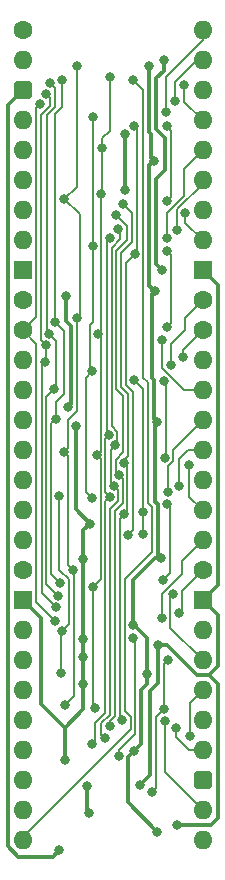
<source format=gbl>
%TF.GenerationSoftware,KiCad,Pcbnew,8.0.4*%
%TF.CreationDate,2024-08-22T09:32:43+02:00*%
%TF.ProjectId,Counter 24bit,436f756e-7465-4722-9032-346269742e6b,rev?*%
%TF.SameCoordinates,PX4756f08PY2e063a0*%
%TF.FileFunction,Copper,L2,Bot*%
%TF.FilePolarity,Positive*%
%FSLAX46Y46*%
G04 Gerber Fmt 4.6, Leading zero omitted, Abs format (unit mm)*
G04 Created by KiCad (PCBNEW 8.0.4) date 2024-08-22 09:32:43*
%MOMM*%
%LPD*%
G01*
G04 APERTURE LIST*
G04 Aperture macros list*
%AMRoundRect*
0 Rectangle with rounded corners*
0 $1 Rounding radius*
0 $2 $3 $4 $5 $6 $7 $8 $9 X,Y pos of 4 corners*
0 Add a 4 corners polygon primitive as box body*
4,1,4,$2,$3,$4,$5,$6,$7,$8,$9,$2,$3,0*
0 Add four circle primitives for the rounded corners*
1,1,$1+$1,$2,$3*
1,1,$1+$1,$4,$5*
1,1,$1+$1,$6,$7*
1,1,$1+$1,$8,$9*
0 Add four rect primitives between the rounded corners*
20,1,$1+$1,$2,$3,$4,$5,0*
20,1,$1+$1,$4,$5,$6,$7,0*
20,1,$1+$1,$6,$7,$8,$9,0*
20,1,$1+$1,$8,$9,$2,$3,0*%
G04 Aperture macros list end*
%TA.AperFunction,ComponentPad*%
%ADD10C,1.600000*%
%TD*%
%TA.AperFunction,ComponentPad*%
%ADD11O,1.600000X1.600000*%
%TD*%
%TA.AperFunction,ComponentPad*%
%ADD12RoundRect,0.400000X-0.400000X-0.400000X0.400000X-0.400000X0.400000X0.400000X-0.400000X0.400000X0*%
%TD*%
%TA.AperFunction,ComponentPad*%
%ADD13R,1.600000X1.600000*%
%TD*%
%TA.AperFunction,ViaPad*%
%ADD14C,0.800000*%
%TD*%
%TA.AperFunction,Conductor*%
%ADD15C,0.380000*%
%TD*%
%TA.AperFunction,Conductor*%
%ADD16C,0.200000*%
%TD*%
G04 APERTURE END LIST*
D10*
%TO.P,J1,1,Pin_1*%
%TO.N,~{Reset}*%
X0Y0D03*
D11*
%TO.P,J1,2,Pin_2*%
%TO.N,unconnected-(J1-Pin_2-Pad2)*%
X0Y-2540000D03*
D12*
%TO.P,J1,3,Pin_3*%
%TO.N,5V*%
X0Y-5080000D03*
D11*
%TO.P,J1,4,Pin_4*%
%TO.N,CLK*%
X0Y-7620000D03*
%TO.P,J1,5,Pin_5*%
%TO.N,unconnected-(J1-Pin_5-Pad5)*%
X0Y-10160000D03*
%TO.P,J1,6,Pin_6*%
%TO.N,unconnected-(J1-Pin_6-Pad6)*%
X0Y-12700000D03*
%TO.P,J1,7,Pin_7*%
%TO.N,unconnected-(J1-Pin_7-Pad7)*%
X0Y-15240000D03*
%TO.P,J1,8,Pin_8*%
%TO.N,unconnected-(J1-Pin_8-Pad8)*%
X0Y-17780000D03*
D13*
%TO.P,J1,9,Pin_9*%
%TO.N,GND*%
X0Y-20320000D03*
D10*
%TO.P,J1,10,Pin_10*%
%TO.N,unconnected-(J1-Pin_10-Pad10)*%
X0Y-22860000D03*
%TO.P,J1,11,Pin_11*%
%TO.N,D7*%
X0Y-25400000D03*
D11*
%TO.P,J1,12,Pin_12*%
%TO.N,D6*%
X0Y-27940000D03*
%TO.P,J1,13,Pin_13*%
%TO.N,D5*%
X0Y-30480000D03*
%TO.P,J1,14,Pin_14*%
%TO.N,D4*%
X0Y-33020000D03*
%TO.P,J1,15,Pin_15*%
%TO.N,D3*%
X0Y-35560000D03*
%TO.P,J1,16,Pin_16*%
%TO.N,D2*%
X0Y-38100000D03*
%TO.P,J1,17,Pin_17*%
%TO.N,D1*%
X0Y-40640000D03*
%TO.P,J1,18,Pin_18*%
%TO.N,D0*%
X0Y-43180000D03*
D10*
%TO.P,J1,19,Pin_19*%
%TO.N,unconnected-(J1-Pin_19-Pad19)*%
X0Y-45720000D03*
D13*
%TO.P,J1,20,Pin_20*%
%TO.N,GND*%
X0Y-48260000D03*
D11*
%TO.P,J1,21,Pin_21*%
%TO.N,~{Latch Bank}*%
X0Y-50800000D03*
%TO.P,J1,22,Pin_22*%
%TO.N,~{Latch High}*%
X0Y-53340000D03*
%TO.P,J1,23,Pin_23*%
%TO.N,~{Latch Low}*%
X0Y-55880000D03*
%TO.P,J1,24,Pin_24*%
%TO.N,unconnected-(J1-Pin_24-Pad24)*%
X0Y-58420000D03*
%TO.P,J1,25,Pin_25*%
%TO.N,unconnected-(J1-Pin_25-Pad25)*%
X0Y-60960000D03*
%TO.P,J1,26,Pin_26*%
%TO.N,Count Enable*%
X0Y-63500000D03*
%TO.P,J1,27,Pin_27*%
%TO.N,TC_{0..3}*%
X0Y-66040000D03*
%TO.P,J1,28,Pin_28*%
%TO.N,TC_{20..23}*%
X0Y-68580000D03*
%TO.P,J1,29,Pin_29*%
%TO.N,unconnected-(J1-Pin_29-Pad29)*%
X15240000Y-68580000D03*
%TO.P,J1,30,Pin_30*%
%TO.N,C0*%
X15240000Y-66040000D03*
D12*
%TO.P,J1,31,Pin_31*%
%TO.N,5V*%
X15240000Y-63500000D03*
D11*
%TO.P,J1,32,Pin_32*%
%TO.N,C1*%
X15240000Y-60960000D03*
%TO.P,J1,33,Pin_33*%
%TO.N,C2*%
X15240000Y-58420000D03*
%TO.P,J1,34,Pin_34*%
%TO.N,C3*%
X15240000Y-55880000D03*
%TO.P,J1,35,Pin_35*%
%TO.N,C4*%
X15240000Y-53340000D03*
%TO.P,J1,36,Pin_36*%
%TO.N,C5*%
X15240000Y-50800000D03*
D13*
%TO.P,J1,37,Pin_37*%
%TO.N,GND*%
X15240000Y-48260000D03*
D10*
%TO.P,J1,38,Pin_38*%
%TO.N,C6*%
X15240000Y-45720000D03*
D11*
%TO.P,J1,39,Pin_39*%
%TO.N,C7*%
X15240000Y-43180000D03*
%TO.P,J1,40,Pin_40*%
%TO.N,C8*%
X15240000Y-40640000D03*
%TO.P,J1,41,Pin_41*%
%TO.N,C9*%
X15240000Y-38100000D03*
%TO.P,J1,42,Pin_42*%
%TO.N,C10*%
X15240000Y-35560000D03*
%TO.P,J1,43,Pin_43*%
%TO.N,C11*%
X15240000Y-33020000D03*
%TO.P,J1,44,Pin_44*%
%TO.N,C12*%
X15240000Y-30480000D03*
%TO.P,J1,45,Pin_45*%
%TO.N,C13*%
X15240000Y-27940000D03*
D10*
%TO.P,J1,46,Pin_46*%
%TO.N,C14*%
X15240000Y-25400000D03*
%TO.P,J1,47,Pin_47*%
%TO.N,C15*%
X15240000Y-22860000D03*
D13*
%TO.P,J1,48,Pin_48*%
%TO.N,GND*%
X15240000Y-20320000D03*
D11*
%TO.P,J1,49,Pin_49*%
%TO.N,C16*%
X15240000Y-17780000D03*
%TO.P,J1,50,Pin_50*%
%TO.N,C17*%
X15240000Y-15240000D03*
%TO.P,J1,51,Pin_51*%
%TO.N,C18*%
X15240000Y-12700000D03*
%TO.P,J1,52,Pin_52*%
%TO.N,C19*%
X15240000Y-10160000D03*
%TO.P,J1,53,Pin_53*%
%TO.N,C20*%
X15240000Y-7620000D03*
%TO.P,J1,54,Pin_54*%
%TO.N,C21*%
X15240000Y-5080000D03*
%TO.P,J1,55,Pin_55*%
%TO.N,C22*%
X15240000Y-2540000D03*
%TO.P,J1,56,Pin_56*%
%TO.N,C23*%
X15240000Y0D03*
%TD*%
D14*
%TO.N,GND*%
X5147675Y-53086000D03*
%TO.N,/3.3V*%
X10541003Y-54483000D03*
X11348000Y-33147000D03*
X10713000Y-3048000D03*
X9336000Y-50347904D03*
X11682000Y-44704002D03*
X11114000Y-11049000D03*
X11176000Y-22111311D03*
X9396464Y-61060991D03*
%TO.N,GND*%
X5147675Y-55308421D03*
X3808000Y-31877000D03*
X5461000Y-63943000D03*
X3681000Y-22479000D03*
X8686000Y-13513996D03*
X9953791Y-63884942D03*
X4508000Y-33527990D03*
X11809000Y-20320000D03*
X8634000Y-8763000D03*
X13078986Y-67310000D03*
X5712996Y-41774066D03*
X3550299Y-61811000D03*
X11428000Y-52070000D03*
X11936000Y-2540000D03*
X5147675Y-44761319D03*
X5147675Y-51516675D03*
X5588000Y-66294000D03*
%TO.N,5V*%
X3110500Y-69406500D03*
%TO.N,C1*%
X12952774Y-59055000D03*
%TO.N,D3*%
X7302000Y-34290000D03*
X7375588Y-17585800D03*
X7369000Y-39497000D03*
X5888374Y-60461000D03*
%TO.N,CLK*%
X6669000Y-13875320D03*
X6729000Y-9980758D03*
X6413000Y-25716496D03*
X6289718Y-35986863D03*
X6096000Y-57404000D03*
X5968996Y-47104673D03*
X7366000Y-3937000D03*
%TO.N,D2*%
X6983000Y-59944000D03*
X7828019Y-35140475D03*
X7719546Y-38542412D03*
X8054924Y-16819158D03*
%TO.N,C0*%
X12033000Y-58482000D03*
%TO.N,D0*%
X8569000Y-36657409D03*
X8605293Y-40934066D03*
X8515029Y-14706549D03*
X8432413Y-58405751D03*
%TO.N,C3*%
X14204184Y-59783491D03*
%TO.N,~{Latch Low}*%
X9336000Y-51434996D03*
X8128411Y-61428469D03*
%TO.N,TC_{0..3}*%
X10920000Y-64516000D03*
X12268000Y-53317706D03*
X3264645Y-54447645D03*
X5880873Y-28863002D03*
X12006634Y-57432328D03*
X3339830Y-50841346D03*
X5969000Y-7327000D03*
X3110000Y-39433400D03*
X5904500Y-39623789D03*
X5946708Y-18235800D03*
%TO.N,~{Reset}*%
X3520344Y-35687000D03*
X3537709Y-14295439D03*
X4238000Y-45720000D03*
X3560154Y-57147791D03*
X4570000Y-24384000D03*
X4572000Y-3048000D03*
%TO.N,D1*%
X7872000Y-15621000D03*
X7416158Y-58939623D03*
X8169000Y-37649105D03*
%TO.N,D7*%
X1444441Y-6239289D03*
X2749735Y-50034008D03*
%TO.N,C4*%
X12762000Y-47739872D03*
%TO.N,D4*%
X3196723Y-46801670D03*
X2730000Y-24730890D03*
X2792000Y-32893000D03*
X3319185Y-4218289D03*
%TO.N,D6*%
X1956053Y-5380071D03*
X2792000Y-48860997D03*
X2014424Y-26667000D03*
X1903000Y-28067000D03*
%TO.N,C6*%
X13208000Y-49374472D03*
%TO.N,/TC_{4..7}*%
X12226811Y-40100876D03*
X11874495Y-46545505D03*
%TO.N,D5*%
X2665000Y-30353000D03*
X2348956Y-4460488D03*
X2248891Y-25694873D03*
X2961196Y-47862348D03*
%TO.N,C7*%
X11764655Y-49770792D03*
%TO.N,~{Latch High}*%
X9431000Y-29605935D03*
X10219996Y-42614071D03*
X10182852Y-40767002D03*
%TO.N,C8*%
X14097000Y-36830000D03*
%TO.N,C11*%
X12320008Y-39105226D03*
%TO.N,C10*%
X13208000Y-38608000D03*
%TO.N,C14*%
X13589000Y-27686000D03*
%TO.N,/TC_{8..11}*%
X11938000Y-29718000D03*
X12065000Y-36195000D03*
%TO.N,C12*%
X11811000Y-26254598D03*
%TO.N,C15*%
X12548618Y-28348718D03*
%TO.N,C19*%
X12192000Y-17585804D03*
%TO.N,/TC_{12..15}*%
X12192000Y-25146000D03*
X12192000Y-18669000D03*
%TO.N,C16*%
X13753858Y-15505320D03*
%TO.N,~{Latch Bank}*%
X8935008Y-42692918D03*
X9481000Y-18979980D03*
X9402501Y-8122925D03*
%TO.N,C18*%
X13053858Y-16935800D03*
%TO.N,/TC_{16..19}*%
X12192000Y-8128000D03*
X12192000Y-14478000D03*
%TO.N,C20*%
X13671975Y-4589975D03*
%TO.N,TC_{20..23}*%
X9384384Y-4203874D03*
%TO.N,C22*%
X12892000Y-6020724D03*
%TO.N,C23*%
X12132341Y-6875846D03*
%TO.N,/3.3V*%
X11407500Y-67840500D03*
%TD*%
D15*
%TO.N,GND*%
X1522000Y-57030402D02*
X3550299Y-59058701D01*
X1522000Y-49784000D02*
X1522000Y-57030402D01*
X1190000Y-49452000D02*
X1522000Y-49784000D01*
X1190000Y-49450000D02*
X1190000Y-49452000D01*
X0Y-48260000D02*
X1190000Y-49450000D01*
X3550299Y-59058701D02*
X3550299Y-61811000D01*
X5147675Y-57461325D02*
X3550299Y-59058701D01*
X5147675Y-55308421D02*
X5147675Y-57461325D01*
%TO.N,/3.3V*%
X11235533Y-39934601D02*
X11235533Y-33259467D01*
X11422852Y-40121920D02*
X11235533Y-39934601D01*
X11422852Y-44444854D02*
X11422852Y-40121920D01*
X11682000Y-44704002D02*
X11422852Y-44444854D01*
X11235533Y-33259467D02*
X11348000Y-33147000D01*
X11099000Y-32898000D02*
X11348000Y-33147000D01*
X10922000Y-22365311D02*
X10922000Y-29414021D01*
X10922000Y-29414021D02*
X11099000Y-29591021D01*
X11099000Y-29591021D02*
X11099000Y-32898000D01*
X11176000Y-22111311D02*
X10922000Y-22365311D01*
%TO.N,GND*%
X3808000Y-31877000D02*
X4062000Y-31623000D01*
X4062000Y-31623000D02*
X4062000Y-25019000D01*
X3681000Y-24638000D02*
X3681000Y-22479000D01*
X4062000Y-25019000D02*
X3681000Y-24638000D01*
D16*
%TO.N,D7*%
X1143000Y-26543000D02*
X0Y-25400000D01*
X2749735Y-50034008D02*
X1143000Y-48427273D01*
X1143000Y-48427273D02*
X1143000Y-26543000D01*
%TO.N,~{Reset}*%
X4346723Y-45828723D02*
X4238000Y-45720000D01*
X4346723Y-56361222D02*
X4346723Y-45828723D01*
X3560154Y-57147791D02*
X4346723Y-56361222D01*
%TO.N,TC_{0..3}*%
X3916000Y-50265176D02*
X3339830Y-50841346D01*
X3916000Y-46460286D02*
X3916000Y-50265176D01*
X3110000Y-45654286D02*
X3916000Y-46460286D01*
X3110000Y-39433400D02*
X3110000Y-45654286D01*
%TO.N,D5*%
X2004324Y-46905476D02*
X2961196Y-47862348D01*
X2665000Y-30353000D02*
X2004324Y-31013676D01*
%TO.N,D4*%
X2404324Y-46009271D02*
X3196723Y-46801670D01*
X2404324Y-33280676D02*
X2404324Y-46009271D01*
%TO.N,D6*%
X1604324Y-47673321D02*
X2792000Y-48860997D01*
X1604324Y-28365676D02*
X1604324Y-47673321D01*
%TO.N,D5*%
X2004324Y-31013676D02*
X2004324Y-46905476D01*
%TO.N,D4*%
X2792000Y-32893000D02*
X2404324Y-33280676D01*
%TO.N,D6*%
X1903000Y-28067000D02*
X1604324Y-28365676D01*
%TO.N,TC_{0..3}*%
X3264645Y-50916531D02*
X3339830Y-50841346D01*
X3264645Y-54447645D02*
X3264645Y-50916531D01*
D15*
%TO.N,GND*%
X5147675Y-42339387D02*
X5712996Y-41774066D01*
X5147675Y-44761319D02*
X5147675Y-42339387D01*
X4508000Y-40569070D02*
X5712996Y-41774066D01*
X4508000Y-33527990D02*
X4508000Y-40569070D01*
D16*
%TO.N,CLK*%
X6729000Y-9144000D02*
X6729000Y-9980758D01*
X7366000Y-8507000D02*
X6729000Y-9144000D01*
X7366000Y-3937000D02*
X7366000Y-8507000D01*
X6729000Y-13815320D02*
X6729000Y-9980758D01*
X6669000Y-13875320D02*
X6729000Y-13815320D01*
%TO.N,D1*%
X8849499Y-17751186D02*
X8849499Y-16598499D01*
X7931000Y-30354314D02*
X7931000Y-18669685D01*
X7869000Y-36367459D02*
X8528019Y-35708440D01*
X7869000Y-37349105D02*
X7869000Y-36367459D01*
X8849499Y-16598499D02*
X7872000Y-15621000D01*
X8169000Y-37649105D02*
X7869000Y-37349105D01*
%TO.N,D0*%
X9249499Y-17916872D02*
X9249499Y-15441019D01*
X8928019Y-30785648D02*
X8331000Y-30188628D01*
X8331000Y-30188628D02*
X8331000Y-18835370D01*
X8928019Y-36029783D02*
X8928019Y-30785648D01*
X9249499Y-15441019D02*
X8515029Y-14706549D01*
X8569000Y-36388802D02*
X8928019Y-36029783D01*
%TO.N,D1*%
X8528019Y-35708440D02*
X8528019Y-30951333D01*
X8528019Y-30951333D02*
X7931000Y-30354314D01*
%TO.N,D0*%
X8569000Y-36657409D02*
X8569000Y-36388802D01*
%TO.N,D1*%
X7931000Y-18669685D02*
X8849499Y-17751186D01*
%TO.N,D0*%
X8331000Y-18835370D02*
X9249499Y-17916872D01*
D15*
%TO.N,GND*%
X16508000Y-46992000D02*
X15240000Y-48260000D01*
X16508000Y-21588000D02*
X16508000Y-46992000D01*
X15240000Y-20320000D02*
X16508000Y-21588000D01*
D16*
%TO.N,D1*%
X7416158Y-58485212D02*
X7416158Y-58939623D01*
X7804000Y-40674698D02*
X7804000Y-58097370D01*
X8469000Y-40009698D02*
X7804000Y-40674698D01*
X7804000Y-58097370D02*
X7416158Y-58485212D01*
X8469000Y-37949105D02*
X8469000Y-40009698D01*
X8169000Y-37649105D02*
X8469000Y-37949105D01*
%TO.N,D2*%
X6666000Y-59627000D02*
X6983000Y-59944000D01*
X6666000Y-58669686D02*
X6666000Y-59627000D01*
X7404000Y-57931686D02*
X6666000Y-58669686D01*
X8069000Y-39844013D02*
X7404000Y-40509013D01*
X8069000Y-38891866D02*
X8069000Y-39844013D01*
X7719546Y-38542412D02*
X8069000Y-38891866D01*
%TO.N,D0*%
X8869000Y-40670359D02*
X8605293Y-40934066D01*
X8869000Y-36957409D02*
X8869000Y-40670359D01*
X8569000Y-36657409D02*
X8869000Y-36957409D01*
X8204000Y-58177338D02*
X8204000Y-41335359D01*
X8432413Y-58405751D02*
X8204000Y-58177338D01*
X8204000Y-41335359D02*
X8605293Y-40934066D01*
%TO.N,D2*%
X7404000Y-40509013D02*
X7404000Y-57931686D01*
D15*
%TO.N,GND*%
X5147675Y-51516675D02*
X5147675Y-44761319D01*
X5147675Y-55308421D02*
X5147675Y-51516675D01*
D16*
%TO.N,~{Latch Low}*%
X8128411Y-60957136D02*
X8128411Y-61428469D01*
X9532413Y-59553134D02*
X8128411Y-60957136D01*
X9532413Y-51631409D02*
X9532413Y-59553134D01*
X9336000Y-51434996D02*
X9532413Y-51631409D01*
%TO.N,D3*%
X7004000Y-39862000D02*
X7369000Y-39497000D01*
X6157998Y-58612002D02*
X7004000Y-57766000D01*
X6157998Y-60191376D02*
X6157998Y-58612002D01*
X5888374Y-60461000D02*
X6157998Y-60191376D01*
X7004000Y-57766000D02*
X7004000Y-39862000D01*
%TO.N,TC_{20..23}*%
X10231000Y-5050490D02*
X9384384Y-4203874D01*
X10609000Y-29793986D02*
X10231000Y-29415986D01*
X10609000Y-40001033D02*
X10609000Y-29793986D01*
X10231000Y-29415986D02*
X10231000Y-5050490D01*
X10932852Y-40324885D02*
X10609000Y-40001033D01*
X9132413Y-58115801D02*
X8636000Y-57619388D01*
X9132413Y-59173112D02*
X9132413Y-58115801D01*
X8636000Y-46480000D02*
X10932852Y-44183148D01*
X10932852Y-44183148D02*
X10932852Y-40324885D01*
X8636000Y-57619388D02*
X8636000Y-46480000D01*
X0Y-68305525D02*
X9132413Y-59173112D01*
D15*
%TO.N,/3.3V*%
X10541003Y-55369997D02*
X10541003Y-54483000D01*
X10031000Y-55880000D02*
X10541003Y-55369997D01*
X10031000Y-60426455D02*
X10031000Y-55880000D01*
X9396464Y-61060991D02*
X10031000Y-60426455D01*
X9396464Y-61060991D02*
X8937000Y-61520455D01*
X8937000Y-61520455D02*
X8937000Y-65370000D01*
X8937000Y-65370000D02*
X11407500Y-67840500D01*
%TO.N,GND*%
X16508000Y-55372000D02*
X16508000Y-66708000D01*
X15906000Y-67310000D02*
X13078986Y-67310000D01*
X16508000Y-66708000D02*
X15906000Y-67310000D01*
X15746000Y-54610000D02*
X16508000Y-55372000D01*
%TO.N,5V*%
X2540000Y-69977000D02*
X3110500Y-69406500D01*
X-1272000Y-69102957D02*
X-397957Y-69977000D01*
X-397957Y-69977000D02*
X2540000Y-69977000D01*
X-1272000Y-6352000D02*
X-1272000Y-69102957D01*
X0Y-5080000D02*
X-1272000Y-6352000D01*
%TO.N,/3.3V*%
X9336000Y-46542000D02*
X11173998Y-44704002D01*
X11173998Y-44704002D02*
X11682000Y-44704002D01*
X10721000Y-21656311D02*
X10721000Y-11442000D01*
X10713000Y-3048000D02*
X10721000Y-3056000D01*
X9336000Y-50347904D02*
X9336000Y-46542000D01*
X10541003Y-51452063D02*
X10541003Y-54483000D01*
X10904000Y-8805244D02*
X10904000Y-10839000D01*
X10721000Y-11442000D02*
X11114000Y-11049000D01*
X9436844Y-50347904D02*
X10541003Y-51452063D01*
X9336000Y-50347904D02*
X9436844Y-50347904D01*
X10721000Y-3056000D02*
X10721000Y-8622244D01*
X10721000Y-8622244D02*
X10904000Y-8805244D01*
X11176000Y-22111311D02*
X10721000Y-21656311D01*
X10904000Y-10839000D02*
X11114000Y-11049000D01*
%TO.N,GND*%
X5461000Y-63943000D02*
X5461000Y-66167000D01*
X12063000Y-11811000D02*
X12063000Y-9144000D01*
X11301000Y-4064000D02*
X11936000Y-3429000D01*
X11936000Y-3429000D02*
X11936000Y-2540000D01*
X8686000Y-13513996D02*
X8686000Y-8815000D01*
X10793000Y-55938244D02*
X10793000Y-63045733D01*
X15746000Y-54610000D02*
X14748234Y-54610000D01*
X15240000Y-48260000D02*
X16508000Y-49528000D01*
X5461000Y-66167000D02*
X5588000Y-66294000D01*
X11301000Y-12573000D02*
X12063000Y-11811000D01*
X11428000Y-55303244D02*
X10793000Y-55938244D01*
X8686000Y-8815000D02*
X8634000Y-8763000D01*
X11809000Y-20320000D02*
X11301000Y-19812000D01*
X11301000Y-19812000D02*
X11301000Y-12573000D01*
X16508000Y-49528000D02*
X16508000Y-53848000D01*
X14748234Y-54610000D02*
X12208234Y-52070000D01*
X10793000Y-63045733D02*
X9953791Y-63884942D01*
X16508000Y-53848000D02*
X15746000Y-54610000D01*
X12063000Y-9144000D02*
X11301000Y-8382000D01*
X12208234Y-52070000D02*
X11428000Y-52070000D01*
X11428000Y-52070000D02*
X11428000Y-55303244D01*
X11301000Y-8382000D02*
X11301000Y-4064000D01*
D16*
%TO.N,C1*%
X14108630Y-60960000D02*
X12952774Y-59804144D01*
X15240000Y-60960000D02*
X14108630Y-60960000D01*
X12952774Y-59804144D02*
X12952774Y-59055000D01*
%TO.N,D3*%
X7131000Y-17830388D02*
X7131000Y-34119000D01*
X7369000Y-39497000D02*
X7004000Y-39132000D01*
X7004000Y-34588000D02*
X7302000Y-34290000D01*
X7131000Y-34119000D02*
X7302000Y-34290000D01*
X7004000Y-39132000D02*
X7004000Y-34588000D01*
X7375588Y-17585800D02*
X7131000Y-17830388D01*
%TO.N,CLK*%
X6604000Y-36301145D02*
X6289718Y-35986863D01*
X6604000Y-46469669D02*
X6604000Y-36301145D01*
X6289718Y-35986863D02*
X6602000Y-35674581D01*
X6669000Y-13875320D02*
X6669000Y-25460496D01*
X5968996Y-57276996D02*
X6096000Y-57404000D01*
X6669000Y-25460496D02*
X6413000Y-25716496D01*
X6602000Y-35674581D02*
X6602000Y-25905496D01*
X5968996Y-47104673D02*
X5968996Y-57276996D01*
X5968996Y-47104673D02*
X6604000Y-46469669D01*
X6602000Y-25905496D02*
X6413000Y-25716496D01*
%TO.N,D2*%
X7469000Y-38291866D02*
X7469000Y-35499494D01*
X7530996Y-33529046D02*
X8002000Y-34000050D01*
X8002000Y-34966494D02*
X7828019Y-35140475D01*
X8054924Y-16819158D02*
X8255000Y-17019234D01*
X8002000Y-34000050D02*
X8002000Y-34966494D01*
X7719546Y-38542412D02*
X7469000Y-38291866D01*
X8255000Y-17696338D02*
X7530996Y-18420342D01*
X7530996Y-18420342D02*
X7530996Y-33529046D01*
X7469000Y-35499494D02*
X7828019Y-35140475D01*
X8255000Y-17019234D02*
X8255000Y-17696338D01*
%TO.N,C0*%
X15240000Y-66040000D02*
X12033000Y-62833000D01*
X12033000Y-62833000D02*
X12033000Y-58482000D01*
%TO.N,C3*%
X14140000Y-59719307D02*
X14204184Y-59783491D01*
X14140000Y-56980000D02*
X14140000Y-59719307D01*
X15240000Y-55880000D02*
X14140000Y-56980000D01*
%TO.N,TC_{0..3}*%
X5713000Y-24920050D02*
X5946708Y-24686342D01*
X5969000Y-18213508D02*
X5946708Y-18235800D01*
X11283000Y-64153000D02*
X10920000Y-64516000D01*
X5334000Y-39053289D02*
X5334000Y-29409875D01*
X5880873Y-28863002D02*
X5713000Y-28695129D01*
X5904500Y-39623789D02*
X5334000Y-39053289D01*
X12007924Y-57431038D02*
X12006634Y-57432328D01*
X5946708Y-24686342D02*
X5946708Y-18235800D01*
X5969000Y-7327000D02*
X5969000Y-18213508D01*
X12007924Y-53577782D02*
X12007924Y-57431038D01*
X5334000Y-29409875D02*
X5880873Y-28863002D01*
X12006634Y-57432328D02*
X11283000Y-58155962D01*
X12268000Y-53317706D02*
X12007924Y-53577782D01*
X5713000Y-28695129D02*
X5713000Y-24920050D01*
X11283000Y-58155962D02*
X11283000Y-64153000D01*
%TO.N,~{Reset}*%
X4572000Y-13261148D02*
X4572000Y-3048000D01*
X4826000Y-24128000D02*
X4570000Y-24384000D01*
X3537709Y-14295439D02*
X4572000Y-13261148D01*
X4570000Y-24384000D02*
X4570000Y-32258000D01*
X3810000Y-35976656D02*
X3810000Y-45292000D01*
X3810000Y-45292000D02*
X4238000Y-45720000D01*
X4570000Y-32258000D02*
X3808000Y-33020000D01*
X3808000Y-33020000D02*
X3808000Y-35399344D01*
X3520344Y-35687000D02*
X3810000Y-35976656D01*
X3808000Y-35399344D02*
X3520344Y-35687000D01*
X4826000Y-15583730D02*
X4826000Y-24128000D01*
X3537709Y-14295439D02*
X4826000Y-15583730D01*
%TO.N,D7*%
X1143000Y-6540730D02*
X1143000Y-24257000D01*
X1444441Y-6239289D02*
X1143000Y-6540730D01*
X1143000Y-24257000D02*
X0Y-25400000D01*
%TO.N,C4*%
X15240000Y-53340000D02*
X12508000Y-50608000D01*
X12508000Y-47993872D02*
X12762000Y-47739872D01*
X12508000Y-50608000D02*
X12508000Y-47993872D01*
%TO.N,D4*%
X3492000Y-25492890D02*
X2730000Y-24730890D01*
X2792000Y-31496000D02*
X3492000Y-30796000D01*
X3319185Y-6485865D02*
X2730000Y-7075050D01*
X3319185Y-4218289D02*
X3319185Y-6485865D01*
X2730000Y-7075050D02*
X2730000Y-24730890D01*
X3492000Y-30796000D02*
X3492000Y-25492890D01*
X2792000Y-32893000D02*
X2792000Y-31496000D01*
%TO.N,D6*%
X1543000Y-26195576D02*
X2014424Y-26667000D01*
X1543000Y-7130680D02*
X1543000Y-26195576D01*
X2014424Y-26667000D02*
X2014424Y-27955576D01*
X2014424Y-27955576D02*
X1903000Y-28067000D01*
X2286000Y-6387680D02*
X1543000Y-7130680D01*
X2286000Y-5710018D02*
X2286000Y-6387680D01*
X1956053Y-5380071D02*
X2286000Y-5710018D01*
%TO.N,C6*%
X15240000Y-45720000D02*
X13462000Y-47498000D01*
X13462000Y-47498000D02*
X13462000Y-49120472D01*
X13462000Y-49120472D02*
X13208000Y-49374472D01*
%TO.N,/TC_{4..7}*%
X12444000Y-45976000D02*
X12444000Y-40318065D01*
X12444000Y-40318065D02*
X12226811Y-40100876D01*
X11874495Y-46545505D02*
X12444000Y-45976000D01*
%TO.N,D5*%
X2348956Y-4460488D02*
X2775000Y-4886532D01*
X2775000Y-4886532D02*
X2775000Y-6464364D01*
X2857000Y-30161000D02*
X2857000Y-26302982D01*
X2857000Y-26302982D02*
X2248891Y-25694873D01*
X2030000Y-25475982D02*
X2248891Y-25694873D01*
X2665000Y-30353000D02*
X2857000Y-30161000D01*
X2775000Y-6464364D02*
X2030000Y-7209364D01*
X2030000Y-7209364D02*
X2030000Y-25475982D01*
%TO.N,C7*%
X13462000Y-44958000D02*
X13462000Y-46049922D01*
X13462000Y-46049922D02*
X11764655Y-47747267D01*
X11764655Y-47747267D02*
X11764655Y-49770792D01*
X15240000Y-43180000D02*
X13462000Y-44958000D01*
%TO.N,~{Latch High}*%
X9431000Y-29605935D02*
X10188024Y-30362959D01*
X10188024Y-30362959D02*
X10188024Y-40761830D01*
X10182852Y-42576927D02*
X10182852Y-40767002D01*
X10188024Y-40761830D02*
X10182852Y-40767002D01*
X10219996Y-42614071D02*
X10182852Y-42576927D01*
%TO.N,C8*%
X14097000Y-39497000D02*
X14097000Y-36830000D01*
X15240000Y-40640000D02*
X14097000Y-39497000D01*
%TO.N,C11*%
X15240000Y-33020000D02*
X12765000Y-35495000D01*
X12765000Y-36484950D02*
X12320008Y-36929942D01*
X12320008Y-36929942D02*
X12320008Y-39105226D01*
X12765000Y-35495000D02*
X12765000Y-36484950D01*
%TO.N,C10*%
X13208000Y-38608000D02*
X13208000Y-36322000D01*
X13970000Y-35560000D02*
X15240000Y-35560000D01*
X13208000Y-36322000D02*
X13970000Y-35560000D01*
%TO.N,C14*%
X13589000Y-27051000D02*
X13589000Y-27686000D01*
X15240000Y-25400000D02*
X13589000Y-27051000D01*
%TO.N,/TC_{8..11}*%
X12130000Y-29910000D02*
X11938000Y-29718000D01*
X12065000Y-36195000D02*
X12130000Y-36130000D01*
X12130000Y-36130000D02*
X12130000Y-29910000D01*
%TO.N,C12*%
X13689950Y-30480000D02*
X11811000Y-28601050D01*
X11811000Y-28601050D02*
X11811000Y-26254598D01*
X15240000Y-30480000D02*
X13689950Y-30480000D01*
%TO.N,C15*%
X13716000Y-25375618D02*
X13716000Y-24384000D01*
X13716000Y-24384000D02*
X15240000Y-22860000D01*
X12548618Y-26543000D02*
X13716000Y-25375618D01*
X12548618Y-28348718D02*
X12548618Y-26543000D01*
%TO.N,C19*%
X13652500Y-11747500D02*
X15240000Y-10160000D01*
X12192000Y-17585804D02*
X12192000Y-15467950D01*
X13652500Y-14007450D02*
X13652500Y-11747500D01*
X12192000Y-15467950D02*
X13652500Y-14007450D01*
%TO.N,/TC_{12..15}*%
X12571000Y-19048000D02*
X12192000Y-18669000D01*
X12571000Y-24767000D02*
X12571000Y-19048000D01*
X12192000Y-25146000D02*
X12571000Y-24767000D01*
%TO.N,C16*%
X13753858Y-16293858D02*
X13753858Y-15505320D01*
X15240000Y-17780000D02*
X13753858Y-16293858D01*
%TO.N,~{Latch Bank}*%
X9652000Y-8372424D02*
X9652000Y-18808980D01*
X9328019Y-30619963D02*
X9328019Y-42299907D01*
X8731004Y-30022948D02*
X9328019Y-30619963D01*
X9481000Y-18979980D02*
X8731004Y-19729976D01*
X9652000Y-18808980D02*
X9481000Y-18979980D01*
X9328019Y-42299907D02*
X8935008Y-42692918D01*
X8731004Y-19729976D02*
X8731004Y-30022948D01*
X9402501Y-8122925D02*
X9652000Y-8372424D01*
%TO.N,C18*%
X15240000Y-12985636D02*
X13053858Y-15171778D01*
X13053858Y-15171778D02*
X13053858Y-16935800D01*
%TO.N,/TC_{16..19}*%
X12553000Y-14117000D02*
X12192000Y-14478000D01*
X12192000Y-8128000D02*
X12553000Y-8489000D01*
X12553000Y-8489000D02*
X12553000Y-14117000D01*
%TO.N,C20*%
X13671975Y-6051975D02*
X13671975Y-4589975D01*
X15240000Y-7620000D02*
X13671975Y-6051975D01*
%TO.N,C22*%
X14732000Y-2540000D02*
X12892000Y-4380000D01*
X12892000Y-4380000D02*
X12892000Y-6020724D01*
%TO.N,C23*%
X12132341Y-3925623D02*
X12132341Y-6875846D01*
X15240000Y0D02*
X15240000Y-817964D01*
X15240000Y-817964D02*
X12132341Y-3925623D01*
%TD*%
M02*

</source>
